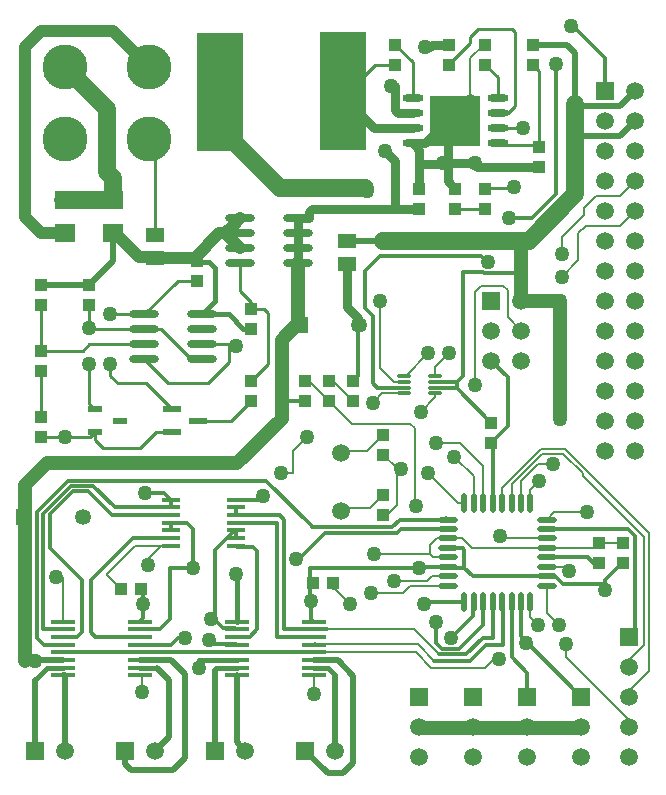
<source format=gtl>
%FSLAX25Y25*%
%MOIN*%
G70*
G01*
G75*
G04 Layer_Physical_Order=1*
G04 Layer_Color=255*
%ADD10R,0.03937X0.04331*%
%ADD11R,0.15748X0.39370*%
%ADD12R,0.07087X0.06299*%
%ADD13O,0.02165X0.06496*%
%ADD14O,0.06496X0.02165*%
%ADD15R,0.08465X0.01575*%
%ADD16R,0.08465X0.01575*%
%ADD17R,0.04331X0.03937*%
%ADD18R,0.06496X0.01181*%
%ADD19R,0.05906X0.05118*%
%ADD20O,0.04921X0.01181*%
%ADD21O,0.09843X0.02756*%
%ADD22R,0.06299X0.02362*%
%ADD23O,0.07087X0.02362*%
%ADD24R,0.16535X0.16535*%
%ADD25R,0.05118X0.02362*%
%ADD26C,0.00787*%
%ADD27C,0.01181*%
%ADD28C,0.05906*%
%ADD29C,0.01969*%
%ADD30C,0.01378*%
%ADD31C,0.04724*%
%ADD32C,0.01000*%
%ADD33C,0.00000*%
%ADD34C,0.03150*%
%ADD35C,0.03937*%
%ADD36C,0.01575*%
%ADD37C,0.05906*%
%ADD38R,0.05906X0.05906*%
%ADD39C,0.05315*%
%ADD40R,0.05315X0.05315*%
%ADD41C,0.05906*%
%ADD42R,0.05906X0.05906*%
%ADD43C,0.15000*%
%ADD44C,0.05000*%
D10*
X198000Y79346D02*
D03*
Y72654D02*
D03*
X206000Y79346D02*
D03*
Y72654D02*
D03*
X116000Y133346D02*
D03*
Y126654D02*
D03*
X126000Y108654D02*
D03*
Y115346D02*
D03*
X64000Y166654D02*
D03*
Y173346D02*
D03*
X176000Y238654D02*
D03*
Y245346D02*
D03*
X160000D02*
D03*
Y238654D02*
D03*
X130000D02*
D03*
Y245346D02*
D03*
X148000Y238654D02*
D03*
Y245346D02*
D03*
X138000Y197346D02*
D03*
Y190654D02*
D03*
X82000Y126654D02*
D03*
Y133346D02*
D03*
Y157346D02*
D03*
Y150654D02*
D03*
X28000Y165346D02*
D03*
Y158654D02*
D03*
X150000Y190654D02*
D03*
Y197346D02*
D03*
X160000Y190654D02*
D03*
Y197346D02*
D03*
X178000Y211346D02*
D03*
Y204654D02*
D03*
X12000Y114654D02*
D03*
Y121346D02*
D03*
Y136654D02*
D03*
Y143346D02*
D03*
Y158654D02*
D03*
Y165346D02*
D03*
X162000Y112654D02*
D03*
Y119346D02*
D03*
X126000Y88654D02*
D03*
Y95346D02*
D03*
X100000Y133346D02*
D03*
Y126654D02*
D03*
X108000Y133346D02*
D03*
Y126654D02*
D03*
D11*
X112500Y230000D02*
D03*
X71500Y229500D02*
D03*
D12*
X20000Y182488D02*
D03*
Y193512D02*
D03*
X36000D02*
D03*
Y182488D02*
D03*
D13*
X152976Y92535D02*
D03*
X156126D02*
D03*
X159276D02*
D03*
X162425D02*
D03*
X165575D02*
D03*
X168724D02*
D03*
X171874D02*
D03*
X175024D02*
D03*
Y59465D02*
D03*
X171874D02*
D03*
X168724D02*
D03*
X165575D02*
D03*
X162425D02*
D03*
X159276D02*
D03*
X156126D02*
D03*
X152976D02*
D03*
D14*
X180535Y87024D02*
D03*
Y83874D02*
D03*
Y80724D02*
D03*
Y77575D02*
D03*
Y74425D02*
D03*
Y71276D02*
D03*
Y68126D02*
D03*
Y64976D02*
D03*
X147465D02*
D03*
Y68126D02*
D03*
Y71276D02*
D03*
Y74425D02*
D03*
Y77575D02*
D03*
Y80724D02*
D03*
Y83874D02*
D03*
Y87024D02*
D03*
D15*
X102894Y35043D02*
D03*
Y37602D02*
D03*
Y40161D02*
D03*
Y42721D02*
D03*
Y45280D02*
D03*
Y47839D02*
D03*
Y50398D02*
D03*
Y52957D02*
D03*
X77106Y35043D02*
D03*
Y37602D02*
D03*
Y40161D02*
D03*
Y42721D02*
D03*
Y45280D02*
D03*
Y47839D02*
D03*
Y50398D02*
D03*
X44894Y35043D02*
D03*
Y37602D02*
D03*
Y40161D02*
D03*
Y42721D02*
D03*
Y45280D02*
D03*
Y47839D02*
D03*
Y50398D02*
D03*
Y52957D02*
D03*
X19106Y35043D02*
D03*
Y37602D02*
D03*
Y40161D02*
D03*
Y42721D02*
D03*
Y45280D02*
D03*
Y47839D02*
D03*
Y50398D02*
D03*
D16*
X77106Y52957D02*
D03*
X19106D02*
D03*
D17*
X102654Y66000D02*
D03*
X109346D02*
D03*
X45346Y64000D02*
D03*
X38654D02*
D03*
D18*
X76925Y78323D02*
D03*
Y80882D02*
D03*
Y83441D02*
D03*
Y86000D02*
D03*
Y88559D02*
D03*
Y91118D02*
D03*
Y93677D02*
D03*
X55075Y78323D02*
D03*
Y80882D02*
D03*
Y83441D02*
D03*
Y86000D02*
D03*
Y88559D02*
D03*
Y91118D02*
D03*
Y93677D02*
D03*
D19*
X114000Y172260D02*
D03*
Y179740D02*
D03*
X50000Y181740D02*
D03*
Y174260D02*
D03*
D20*
X132783Y134953D02*
D03*
Y132984D02*
D03*
Y131016D02*
D03*
Y129047D02*
D03*
X143217Y134953D02*
D03*
Y132984D02*
D03*
Y131016D02*
D03*
Y129047D02*
D03*
D21*
X46354Y155500D02*
D03*
Y150500D02*
D03*
Y145500D02*
D03*
Y140500D02*
D03*
X65646Y155500D02*
D03*
Y150500D02*
D03*
Y145500D02*
D03*
Y140500D02*
D03*
X78354Y187500D02*
D03*
Y182500D02*
D03*
Y177500D02*
D03*
Y172500D02*
D03*
X97646Y187500D02*
D03*
Y182500D02*
D03*
Y177500D02*
D03*
Y172500D02*
D03*
D22*
X55669Y123740D02*
D03*
Y116260D02*
D03*
X64331Y120000D02*
D03*
D23*
X164173Y212500D02*
D03*
Y217500D02*
D03*
Y222500D02*
D03*
Y227500D02*
D03*
X135827Y212500D02*
D03*
Y217500D02*
D03*
Y222500D02*
D03*
Y227500D02*
D03*
D24*
X150000Y220000D02*
D03*
D25*
X29866Y123740D02*
D03*
Y116260D02*
D03*
X38134Y120000D02*
D03*
D26*
X117500Y151657D02*
X117843Y152000D01*
X116000Y133346D02*
X117500Y134846D01*
X205000Y185000D02*
X210000Y190000D01*
X193500Y185000D02*
X205000D01*
X191000Y182500D02*
X193500Y185000D01*
X205000Y195000D02*
X210000Y200000D01*
X197000Y195000D02*
X205000D01*
X193000Y191000D02*
X197000Y195000D01*
X19106Y52957D02*
Y68000D01*
X46500Y73000D02*
X51823Y78323D01*
X130500Y92000D02*
Y104154D01*
X112500Y92000D02*
X113500Y91000D01*
X160000Y37500D02*
X164000Y41500D01*
X163750Y41250D02*
X164000Y41500D01*
X160000Y37500D02*
X163750Y41250D01*
X136102Y50398D02*
X144453Y42047D01*
X102894Y50398D02*
X136102D01*
X112500Y92000D02*
X113250Y91250D01*
X113500Y91000D01*
X130500Y104000D02*
Y104154D01*
Y92000D02*
Y104000D01*
X46500Y73000D02*
X51823Y78323D01*
X19106Y52957D02*
Y68000D01*
X96000Y110000D02*
X100500Y114500D01*
X96000Y102500D02*
Y110000D01*
X155000Y227618D02*
Y240850D01*
X159497Y245346D01*
X180535Y77575D02*
X196998Y77500D01*
X147406Y74484D02*
X147465Y74425D01*
X198000Y79346D02*
X206000D01*
X147189Y81000D02*
X147465Y80724D01*
X142516Y74484D02*
X147406D01*
X141500Y75500D02*
X142516Y74484D01*
X141500Y75500D02*
Y78500D01*
X144000Y81000D01*
X147189D01*
X44894Y35043D02*
X45500Y34437D01*
Y30000D02*
Y34437D01*
X102894Y30106D02*
Y35043D01*
Y30106D02*
X103000Y30000D01*
X34000Y68654D02*
X38654Y64000D01*
X34000Y68654D02*
Y69000D01*
X43323Y78323D01*
X51823D02*
X55075D01*
X43323D02*
X51823D01*
X183012Y89500D02*
X194000D01*
X180535Y87024D02*
X183012Y89500D01*
X102894Y42721D02*
X136779D01*
X103114Y45500D02*
X137500D01*
X143000Y40000D01*
X136779Y42721D02*
X142000Y37500D01*
X160000D01*
X180535Y71276D02*
X186724D01*
X208000Y18000D02*
Y20126D01*
X187000Y41126D02*
X208000Y20126D01*
X187000Y41126D02*
Y45500D01*
X171874Y92535D02*
X172000Y92661D01*
X175024Y92535D02*
Y97024D01*
X178000Y100000D01*
X208000Y28000D02*
Y30000D01*
Y38000D02*
Y40126D01*
Y30000D02*
X214500Y36500D01*
X208000Y40126D02*
X213000Y45126D01*
Y81073D01*
X192500Y101573D02*
X213000Y81073D01*
X186016Y108984D02*
X192500Y102500D01*
X172000Y92661D02*
Y100000D01*
X177500Y105500D01*
X182500D01*
X178984Y108984D02*
X186016D01*
X168724Y98724D02*
X178984Y108984D01*
X168724Y92535D02*
Y98724D01*
X165575Y97575D02*
X178500Y110500D01*
X165575Y92535D02*
Y97575D01*
X126000Y88654D02*
X127154D01*
X130500Y92000D01*
X126000Y108654D02*
X130500Y104154D01*
X109346Y64000D02*
X110000D01*
X115000Y59000D01*
X122000Y62500D02*
X132500D01*
X134976Y64976D01*
X147465D01*
X129500Y66500D02*
X140500D01*
X142126Y68126D02*
X147465D01*
X140500Y66500D02*
X142126Y68126D01*
X175024Y54476D02*
Y59465D01*
Y54476D02*
X177500Y52000D01*
X180535Y55965D02*
Y64976D01*
Y55965D02*
X184500Y52000D01*
X155425Y77575D02*
X180535D01*
X152276Y80724D02*
X155425Y77575D01*
X147465Y80724D02*
X152276D01*
X123000Y75500D02*
X141500D01*
X180260Y81000D02*
X180535Y80724D01*
X135000Y119000D02*
X136500Y117500D01*
X143217Y127717D02*
Y129047D01*
X138500Y123000D02*
X143217Y127717D01*
X125547Y129047D02*
X132783D01*
X122500Y126000D02*
X125547Y129047D01*
X132783Y134953D02*
X133453D01*
X141000Y142500D01*
X143217Y134953D02*
Y137717D01*
X156126Y92535D02*
Y101374D01*
X149500Y108000D02*
X156126Y101374D01*
X151500Y112500D02*
X159276Y104724D01*
X143500Y112500D02*
X151500D01*
X159276Y92535D02*
Y104724D01*
X141000Y102500D02*
X150965Y92535D01*
X152976D01*
X192500Y101573D02*
Y102500D01*
X214500Y36500D02*
Y82500D01*
X178500Y110500D02*
X186500D01*
X214500Y82500D01*
X143217Y137717D02*
X148000Y142500D01*
X156500Y163000D02*
X158500Y165000D01*
X166000D01*
X167500Y163500D01*
Y154500D02*
Y163500D01*
Y154500D02*
X172000Y150000D01*
X156500Y132000D02*
Y163000D01*
X185500Y175500D02*
Y181068D01*
X193000Y188568D01*
Y191000D01*
X191000Y173500D02*
Y182500D01*
X185500Y168000D02*
X191000Y173500D01*
X132768Y133000D02*
X132783Y132984D01*
X129500Y133000D02*
X132768D01*
X125000Y137500D02*
X129500Y133000D01*
X125000Y137500D02*
Y160000D01*
X92000Y102500D02*
X96000D01*
X120654Y110000D02*
X126000Y115346D01*
X112500Y110000D02*
X120654D01*
X113500Y91000D02*
X121654D01*
X126000Y95346D01*
X101307Y133346D02*
X108000Y126654D01*
X115654Y119000D02*
X135000D01*
X108000Y126654D02*
X115654Y119000D01*
X165000Y81000D02*
X180260D01*
X136500Y90500D02*
Y117500D01*
X109307Y133346D02*
X116000Y126654D01*
X108000Y133346D02*
X109307D01*
D27*
X117500Y134846D02*
Y151657D01*
X186000Y65500D02*
X200000D01*
X101500Y59500D02*
Y71000D01*
X137000Y71276D02*
X147465D01*
X171874Y48126D02*
X192000Y28000D01*
X96626Y72626D02*
X106500Y82500D01*
X67000Y47500D02*
X69000Y45500D01*
X70000Y53373D02*
Y76907D01*
Y77000D02*
X76534Y83534D01*
X24000Y48000D02*
X25500Y49500D01*
X153547Y42047D02*
X159075Y47575D01*
X70000Y77000D02*
X75403Y82403D01*
X70000Y53373D02*
Y54000D01*
Y76907D01*
X67000Y47500D02*
X67750Y46750D01*
X69000Y45500D01*
X97500Y73500D02*
X106500Y82500D01*
X96626Y72626D02*
X97500Y73500D01*
X62500Y71000D02*
Y84000D01*
X55000Y54000D02*
Y71000D01*
X173750Y46250D02*
X192000Y28000D01*
X171874Y48126D02*
X173750Y46250D01*
X159294Y169500D02*
X159475Y169319D01*
X152500Y169500D02*
X159294D01*
X152500Y135000D02*
Y169500D01*
X150484Y132984D02*
X152500Y135000D01*
X153000Y71000D02*
Y77000D01*
X150484Y130862D02*
X162000Y119346D01*
X147465Y77575D02*
X152425D01*
X138000Y71276D02*
X147465D01*
X137000D02*
X138000D01*
X101500Y71000D02*
X138000D01*
X101500Y59500D02*
Y64000D01*
Y71000D01*
X147740D02*
X153000D01*
X208000Y48000D02*
X209000Y49000D01*
X180535Y83874D02*
X207500Y84000D01*
X143217Y132984D02*
X150484D01*
Y131016D02*
Y132984D01*
X171819Y169319D02*
X172000Y169500D01*
X162000Y112654D02*
X167500Y118154D01*
Y134500D01*
X162000Y140000D02*
X167500Y134500D01*
X143217Y131016D02*
X150484D01*
X20000Y48000D02*
X24000D01*
X174000Y28000D02*
Y36000D01*
X168724Y41276D02*
X174000Y36000D01*
X168724Y41276D02*
Y59465D01*
X171874Y48126D02*
Y59465D01*
X200000Y67000D02*
X204000Y71000D01*
X55075Y83441D02*
Y86000D01*
X46000Y59000D02*
Y63346D01*
X47006Y50500D02*
X48094D01*
X55075Y91118D02*
Y93677D01*
X44732Y48000D02*
X44894Y47839D01*
Y42721D02*
X77106D01*
X102894D01*
X76925Y88559D02*
Y91118D01*
X102000Y53851D02*
Y57500D01*
Y53851D02*
X102894Y52957D01*
Y50398D02*
X107102D01*
X162425Y47575D02*
X162500Y47500D01*
X162425Y47575D02*
Y59465D01*
X76925Y80882D02*
Y83441D01*
X90500Y48000D02*
X102732D01*
X76925Y93677D02*
X85823D01*
X55075Y86000D02*
X60500D01*
X62500Y84000D01*
X19106Y42721D02*
X44894D01*
X30000Y48000D02*
X44732D01*
X28500Y49500D02*
X30000Y48000D01*
X35441Y88559D02*
X55075D01*
X36382Y91118D02*
X55075D01*
X21734Y98228D02*
X29272D01*
X36382Y91118D01*
X27543Y96457D02*
X35441Y88559D01*
X22468Y96457D02*
X27543D01*
X15000Y88989D02*
X22468Y96457D01*
X25500Y50101D02*
Y67000D01*
X15000Y77500D02*
Y88989D01*
Y77500D02*
X25500Y67000D01*
X12500Y50500D02*
X19004D01*
X12500D02*
Y88995D01*
X21734Y98228D01*
X42382Y80882D02*
X55075D01*
X28500Y49500D02*
Y67000D01*
X42382Y80882D01*
X146988Y87500D02*
X147465Y87024D01*
X12720Y45280D02*
X19106D01*
X10500Y47500D02*
X12720Y45280D01*
X10500Y47500D02*
Y89500D01*
X21000Y100000D01*
X87000D01*
X101943Y85057D01*
X46000Y54063D02*
Y59000D01*
X44894Y52957D02*
X46000Y54063D01*
X44894Y45280D02*
X55280D01*
X57500Y47500D01*
X60000D01*
X77106Y47839D02*
X77268Y48000D01*
X81399D01*
X76886Y45500D02*
X77106Y45280D01*
X69000Y45500D02*
X76886D01*
X44894Y50398D02*
X51398D01*
X55000Y54000D01*
Y71000D02*
X62500D01*
X156000Y59339D02*
X156126Y59465D01*
X139965D02*
X152976D01*
X153000Y71000D02*
X155874Y68126D01*
X180535D01*
X148500Y47500D02*
X156000Y55000D01*
Y59339D01*
X159075Y47575D02*
X162425D01*
X76516Y50988D02*
X77106Y50398D01*
X72385Y50988D02*
X76516D01*
X70000Y53373D02*
X72385Y50988D01*
X76534Y83441D02*
X76925D01*
X155000Y40000D02*
X160280Y45280D01*
X165780D01*
Y59260D01*
X165575Y59465D02*
X165780Y59260D01*
X102894Y45280D02*
X103114Y45500D01*
X159276Y51776D02*
Y59465D01*
X151319Y43819D02*
X159276Y51776D01*
X145681Y43819D02*
X151319D01*
X143500Y46000D02*
X145681Y43819D01*
X143500Y46000D02*
Y53000D01*
X144453Y42047D02*
X153547D01*
X143000Y40000D02*
X155000D01*
X180535Y68126D02*
X183374D01*
X186000Y65500D01*
X200000Y63500D02*
Y65500D01*
Y67000D01*
X194228Y74425D02*
X196000Y72654D01*
X180535Y74425D02*
X194228D01*
X207626Y83874D02*
X210000Y81500D01*
Y49000D02*
Y81500D01*
X101500Y59500D02*
X102000Y59000D01*
X152425Y77575D02*
X153000Y77000D01*
X131874Y83874D02*
X147465D01*
X131524Y87024D02*
X147465D01*
X93000Y50500D02*
X102791D01*
X76925Y88559D02*
X91441D01*
X93000Y87000D01*
X81399Y48000D02*
X83899Y50500D01*
X76925Y78323D02*
X77248Y78000D01*
X83899Y50500D02*
Y76601D01*
X82500Y78000D02*
X83899Y76601D01*
X77248Y78000D02*
X82500D01*
X90500Y48000D02*
Y86000D01*
X76925D02*
X90500D01*
X93000Y50500D02*
Y87000D01*
X162000Y112654D02*
X162425Y112228D01*
Y92535D02*
Y112228D01*
X52752Y96000D02*
X55075Y93677D01*
X46500Y96000D02*
X52752D01*
X159475Y169319D02*
X171819D01*
X130500Y82500D02*
X131874Y83874D01*
X129000Y84500D02*
X131524Y87024D01*
X106500Y82500D02*
X130500D01*
X102118Y84500D02*
X129000D01*
X92500Y126500D02*
X99846D01*
D28*
X190000Y195500D02*
Y215000D01*
Y225500D01*
X91500Y197500D02*
X120000D01*
X71500Y217500D02*
X91500Y197500D01*
X20000Y193512D02*
X36000D01*
X34000Y203000D02*
Y224000D01*
Y203000D02*
X36000Y201000D01*
X20000Y238000D02*
X34000Y224000D01*
X36000Y193512D02*
Y201000D01*
X126000Y180000D02*
X174500D01*
X190000Y195500D01*
D29*
Y215000D02*
X205000D01*
Y225000D02*
X210000Y230000D01*
X190500Y225000D02*
X205000D01*
X190000Y225500D02*
X190500Y225000D01*
X205000Y215000D02*
X210000Y220000D01*
X190000Y225500D02*
Y233000D01*
Y242500D01*
X10000Y40161D02*
X19106D01*
X70000Y9500D02*
Y37000D01*
X10000Y40161D02*
X19106D01*
X187154Y245346D02*
X190000Y242500D01*
X116000Y6000D02*
Y35000D01*
X112500Y2500D02*
X116000Y6000D01*
X107500Y2500D02*
X112500D01*
X100000Y10000D02*
X107500Y2500D01*
X40000Y5500D02*
Y10000D01*
Y5500D02*
X42000Y3500D01*
X56000D01*
X60000Y7500D01*
X178000Y245346D02*
X187154D01*
X36000Y173346D02*
Y182488D01*
X28000Y165346D02*
X36000Y173346D01*
X12000Y165346D02*
X28000D01*
X110000Y10000D02*
Y35200D01*
X77106Y35043D02*
X77200Y35043D01*
Y12800D02*
Y35043D01*
Y12800D02*
X80000Y10000D01*
X50000D02*
X54700Y14700D01*
X19106Y35043D02*
X20000Y35043D01*
X114000Y179740D02*
X125740D01*
X44894Y40161D02*
X55339D01*
X10000Y10000D02*
Y33600D01*
X20000Y10000D02*
Y35043D01*
X102894Y40161D02*
X110839D01*
X116000Y35000D01*
X50698Y37602D02*
X54700Y33600D01*
Y14700D02*
Y33600D01*
X55339Y40161D02*
X60000Y35500D01*
Y7500D02*
Y35500D01*
X7000Y40000D02*
X10000D01*
D30*
X200000Y230000D02*
Y241000D01*
X193000Y248000D02*
X200000Y241000D01*
X189000Y252000D02*
X193000Y248000D01*
X183500Y195500D02*
Y239000D01*
X158500Y175000D02*
X160500Y173000D01*
X125000Y175000D02*
X158500D01*
X122500Y132500D02*
Y155000D01*
Y132500D02*
X123984Y131016D01*
X120000Y157500D02*
X122500Y155000D01*
X120000Y157500D02*
Y170000D01*
X125000Y175000D01*
X123984Y131016D02*
X132783D01*
X168000Y187500D02*
X175500D01*
X183500Y195500D01*
D31*
X210000Y229500D02*
Y230000D01*
X138000Y17500D02*
X156000D01*
X174000D01*
X192000D01*
X138000D02*
X156000D01*
X174000D01*
X192000D01*
X77343Y105843D02*
X92154Y120654D01*
X6500Y98500D02*
X13843Y105843D01*
X174000Y17500D02*
X192000D01*
X156000D02*
X174000D01*
X138000D02*
X156000D01*
X172000Y160000D02*
X185000D01*
X18488Y193512D02*
X20000D01*
X172000Y160000D02*
Y169500D01*
Y177500D01*
X13843Y105843D02*
X77343D01*
X185000Y120500D02*
Y160000D01*
X97646Y152512D02*
Y172500D01*
X92154Y120654D02*
Y147020D01*
X6500Y40000D02*
Y88000D01*
Y98500D01*
X92154Y147020D02*
X97646Y152512D01*
D32*
X71500Y227500D02*
X76000D01*
X71500D02*
X76000D01*
X71500D02*
X76000D01*
X71500D02*
X76000D01*
X71500D02*
X76000D01*
X71500D02*
X76000D01*
X71500D02*
X76000D01*
X71500D02*
X76000D01*
X12000Y114654D02*
X20000D01*
X12000D02*
X20000D01*
X12000D02*
X20000D01*
X12000D02*
X20000D01*
X12000D02*
X20000D01*
X12000D02*
X20000D01*
X28260D01*
X20000D02*
X28260D01*
X20000D02*
X28260D01*
X20000D02*
X28260D01*
X20000D02*
X28260D01*
X20000D02*
X28260D01*
X74500Y139500D02*
Y145000D01*
Y139500D02*
Y145000D01*
Y139500D02*
Y145000D01*
Y139500D02*
Y145000D01*
Y139500D02*
Y145000D01*
Y139500D02*
Y145000D01*
Y145500D01*
Y145000D02*
Y145500D01*
Y145000D02*
Y145500D01*
Y145000D02*
Y145500D01*
Y145000D02*
Y145500D01*
Y145000D02*
Y145500D01*
X12000Y114654D02*
X28260D01*
X20000D02*
X28260D01*
X12000D02*
X20000D01*
X74500Y139500D02*
Y145000D01*
Y139500D02*
Y145500D01*
Y145000D02*
Y145500D01*
X112500Y228000D02*
X123154Y238654D01*
X112500Y228000D02*
X123154Y238654D01*
X112500Y228000D02*
X123154Y238654D01*
X112500Y228000D02*
X123154Y238654D01*
X112500Y228000D02*
X123154Y238654D01*
X112500Y228000D02*
X123154Y238654D01*
X112500Y228000D02*
X123154Y238654D01*
X112500Y228000D02*
X123154Y238654D01*
X168000Y197500D02*
X169000Y198500D01*
X168000Y197500D02*
X169000Y198500D01*
X168000Y197500D02*
X169000Y198500D01*
X168000Y197500D02*
X169000Y198500D01*
X168000Y197500D02*
X169000Y198500D01*
X168000Y197500D02*
X169000Y198500D01*
X169500Y199000D01*
X169000Y198500D02*
X169500Y199000D01*
X169000Y198500D02*
X169500Y199000D01*
X169000Y198500D02*
X169500Y199000D01*
X169000Y198500D02*
X169500Y199000D01*
X169000Y198500D02*
X169500Y199000D01*
X168000Y197500D02*
X169500Y199000D01*
X168000Y197500D02*
X169000Y198500D01*
X169500Y199000D01*
X28000Y150500D02*
X46354D01*
X28000D02*
X46354D01*
X28000D02*
X46354D01*
X28000D02*
X46354D01*
X28000D02*
X46354D01*
X28000D02*
X46354D01*
X28000D02*
X46354D01*
X28000D02*
X46354D01*
X28000D02*
X46354D01*
X169000Y198500D02*
X169500Y199000D01*
X168000Y197500D02*
X169000Y198500D01*
X113500Y229000D02*
X123154Y238654D01*
X112500Y228000D02*
X113500Y229000D01*
X74500Y145000D02*
Y145500D01*
Y139500D02*
Y145000D01*
X12000Y114654D02*
X20000D01*
X28260D01*
X71500Y227500D02*
X76000D01*
X50000Y181740D02*
Y212000D01*
X135827Y227500D02*
Y239520D01*
X130000Y245346D02*
X135827Y239520D01*
X164673Y212000D02*
X177346D01*
X178000Y211346D01*
X164173Y212500D02*
X164673Y212000D01*
X123154Y238654D02*
X130000D01*
X160000Y197346D02*
X160154Y197500D01*
X168000D01*
X172500Y217500D02*
X173500D01*
X164173D02*
X172500D01*
X178000Y212000D02*
Y236654D01*
X176000Y238654D02*
X178000Y236654D01*
X159346Y190500D02*
X159500Y190654D01*
X160000D01*
X150000D02*
X159500D01*
X155000Y246023D02*
Y248000D01*
X164173Y227500D02*
Y234480D01*
X160000Y238654D02*
X164173Y234480D01*
Y222500D02*
X167500D01*
X170000Y225000D01*
Y249500D01*
X169000Y250500D02*
X170000Y249500D01*
X157500Y250500D02*
X169000D01*
X155000Y248000D02*
X157500Y250500D01*
X148000Y239023D02*
X155000Y246023D01*
X148000Y238654D02*
Y239023D01*
X28260Y114654D02*
X29866Y116260D01*
X82000Y157346D02*
X86154D01*
X87500Y156000D01*
Y138846D02*
Y156000D01*
X82000Y133346D02*
X87500Y138846D01*
X65646Y145500D02*
X74500D01*
X35000Y155500D02*
X46354D01*
X35000Y135000D02*
Y139000D01*
Y135000D02*
X37500Y132500D01*
X46909D01*
X55669Y123740D01*
X57508Y166654D02*
X64000D01*
X46354Y155500D02*
X57508Y166654D01*
X46354Y150500D02*
X52000D01*
X78354Y163146D02*
Y172500D01*
Y163146D02*
X82000Y159500D01*
Y157346D02*
Y159500D01*
X75346Y120000D02*
X82000Y126654D01*
X28000Y125606D02*
X29866Y123740D01*
X28000Y125606D02*
Y139000D01*
Y151000D02*
Y158654D01*
Y150500D02*
Y151000D01*
Y145500D02*
X46354D01*
X25846Y143346D02*
X28000Y145500D01*
X12000Y143346D02*
X25846D01*
X12000Y121500D02*
Y136654D01*
Y143346D02*
Y158654D01*
X160500Y173000D02*
X161000D01*
X162500D01*
X50260Y116260D02*
X55669D01*
X45000Y111000D02*
X50260Y116260D01*
X29866Y113634D02*
Y116260D01*
Y113634D02*
X32500Y111000D01*
X45000D01*
X64331Y120000D02*
X75346D01*
X67500Y132500D02*
X74500Y139500D01*
X46354Y140500D02*
X54354Y132500D01*
X67500D01*
X62000Y140500D02*
X65646D01*
X52000Y150500D02*
X62000Y140500D01*
D33*
X117500Y149500D02*
Y150000D01*
D34*
X138000Y205500D02*
X146000D01*
X138000D02*
X146000D01*
X138000D02*
X146000D01*
X138000D02*
X146000D01*
X138000D02*
X146000D01*
X138000D02*
X146000D01*
X147382D01*
X146000D02*
X147382D01*
Y206000D01*
Y205500D02*
Y206000D01*
Y205500D02*
Y206000D01*
Y205500D02*
Y206000D01*
Y205500D02*
Y206000D01*
Y205500D02*
Y206000D01*
X146000Y205500D02*
X147382D01*
X146000D02*
X147382D01*
X146000D02*
X147382D01*
Y206000D02*
Y220000D01*
X146000Y205500D02*
X147382D01*
Y206000D02*
Y220000D01*
Y206000D02*
Y220000D01*
Y206000D02*
Y220000D01*
Y206000D02*
Y220000D01*
Y206000D02*
Y220000D01*
X138000Y205500D02*
X147382D01*
X138000D02*
X146000D01*
X147382D02*
Y220000D01*
Y205500D02*
Y206000D01*
X146000Y205500D02*
X147382D01*
Y206000D02*
Y220000D01*
X97600Y177500D02*
Y182500D01*
Y177500D02*
Y182500D01*
Y187500D01*
Y182500D02*
Y187500D01*
Y182500D02*
Y187500D01*
Y177500D02*
Y182500D01*
Y177500D02*
Y182500D01*
Y177500D02*
Y182500D01*
Y187500D01*
Y182500D02*
Y187500D01*
Y182500D02*
Y187500D01*
Y182500D02*
Y187500D01*
Y177500D02*
Y182500D01*
Y177500D02*
Y182500D01*
X101200Y187500D02*
Y189654D01*
Y187500D02*
Y189654D01*
Y187500D02*
Y189654D01*
Y187500D02*
Y189654D01*
Y187500D02*
Y189654D01*
Y187500D02*
Y189654D01*
Y187500D02*
Y189654D01*
X129900Y223600D02*
Y231500D01*
Y223600D02*
Y231500D01*
Y223600D02*
Y231500D01*
Y223600D02*
Y231500D01*
Y223600D02*
Y231500D01*
Y223600D02*
Y231500D01*
Y223600D02*
Y231500D01*
X97600Y182500D02*
Y187500D01*
Y177500D02*
Y182500D01*
X101200Y187500D02*
Y189654D01*
X129900Y223600D02*
Y231500D01*
Y223600D02*
Y231500D01*
X101200Y187500D02*
Y189654D01*
X97600Y177500D02*
Y182500D01*
Y187500D01*
X157307Y204654D02*
X178000D01*
X147382Y206000D02*
Y220000D01*
Y205500D02*
Y206000D01*
X146000Y205500D02*
X147382D01*
X138000D02*
X146000D01*
X114000Y157843D02*
Y172260D01*
Y157843D02*
X117500Y154343D01*
X139882Y212500D02*
X147382Y220000D01*
X135827Y212500D02*
X139882D01*
X147382Y199964D02*
X150000Y197346D01*
X147382Y199964D02*
Y205500D01*
X129900Y190654D02*
X138000D01*
Y205500D02*
Y210327D01*
X135827Y212500D02*
X138000Y210327D01*
X147882Y206000D02*
X156500D01*
X138000Y197346D02*
Y205500D01*
X150000Y222618D02*
X155000Y227618D01*
X159497Y245346D02*
X160000D01*
X129900Y190654D02*
Y206600D01*
X126500Y210000D02*
X129900Y206600D01*
X123000Y217500D02*
X135827D01*
X112500Y228000D02*
X123000Y217500D01*
X140000Y244500D02*
X141400D01*
X142246Y245346D01*
X148000D01*
X102200Y190654D02*
X129900D01*
X97600Y172500D02*
X97646D01*
X97600Y182500D02*
X97646D01*
X97600Y177500D02*
X97646D01*
X97600Y187500D02*
X97646D01*
X101200D01*
Y189654D02*
X102200Y190654D01*
X131000Y222500D02*
X135827D01*
X129900Y223600D02*
X131000Y222500D01*
X97600Y172500D02*
Y177500D01*
D35*
X63087Y174260D02*
X71327Y182500D01*
X63087Y174260D02*
X71327Y182500D01*
X63087Y174260D02*
X71327Y182500D01*
X63087Y174260D02*
X71327Y182500D01*
X63087Y174260D02*
X71327Y182500D01*
X63087Y174260D02*
X71327Y182500D01*
X63087Y174260D02*
X71327Y182500D01*
X73354D02*
X75854Y185000D01*
X73354Y182500D02*
X75854Y185000D01*
X73354Y182500D02*
X75854Y180000D01*
X73354Y182500D02*
X75854Y180000D01*
X73354Y182500D02*
X75854Y180000D01*
X78354Y177500D01*
X75854Y180000D02*
X78354Y177500D01*
X75854Y180000D02*
X78354Y177500D01*
X73354Y182500D02*
X75854Y180000D01*
X73354Y182500D02*
X75854Y180000D01*
X73354Y182500D02*
X75854Y180000D01*
X73354Y182500D02*
X75854Y180000D01*
X78354Y177500D01*
X75854Y180000D02*
X78354Y177500D01*
X75854Y180000D02*
X78354Y177500D01*
X75854Y180000D02*
X78354Y177500D01*
X75854Y180000D02*
X78354Y177500D01*
X73354Y182500D02*
X75854Y185000D01*
X73354Y182500D02*
X75854Y185000D01*
X73354Y182500D02*
X75854Y180000D01*
X73354Y182500D02*
X75854Y185000D01*
X73354Y182500D02*
X75854Y185000D01*
X73354Y182500D02*
X75854Y185000D01*
X78354Y187500D01*
X75854Y185000D02*
X78354Y187500D01*
X75854Y185000D02*
X78354Y187500D01*
X75854Y185000D02*
X78354Y187500D01*
X75854Y185000D02*
X78354Y187500D01*
X75854Y185000D02*
X78354Y187500D01*
X75854Y185000D02*
X78354Y187500D01*
X63087Y174260D02*
X71327Y182500D01*
X75854Y180000D02*
X78354Y177500D01*
X73354Y182500D02*
X75854Y180000D01*
X73354Y182500D02*
X75854Y185000D01*
X78354Y187500D01*
X75854Y185000D02*
X78354Y187500D01*
X75854Y180000D02*
X78354Y177500D01*
X73354Y182500D02*
X75854Y180000D01*
X73354Y182500D02*
X75854Y185000D01*
X50000Y174260D02*
X63087D01*
X71327Y182500D01*
X71500Y217500D02*
Y227500D01*
Y229500D01*
X12012Y182488D02*
X20000D01*
X6500Y188000D02*
X12012Y182488D01*
X6500Y188000D02*
Y244500D01*
X36000Y250000D02*
X48000Y238000D01*
X6500Y244500D02*
X12000Y250000D01*
X36000D01*
X44500Y174500D02*
X48252D01*
X50000Y174260D01*
X36000Y182488D02*
X36512D01*
X44500Y174500D01*
X71327Y182500D02*
X73354D01*
X18988Y183500D02*
X20000Y182488D01*
D36*
X64000Y173346D02*
X64346Y173000D01*
X74500Y155500D02*
X79346Y150654D01*
X82000D01*
X70102Y37602D02*
X77106D01*
X44894D02*
X50698D01*
X10000Y33600D02*
X14002Y37602D01*
X19106D01*
X64661Y40161D02*
X77106D01*
Y52957D02*
Y68894D01*
X70000Y159854D02*
Y171000D01*
X64346Y173000D02*
X68000D01*
X70000Y171000D01*
X65646Y155500D02*
X74500D01*
X65646D02*
X70000Y159854D01*
X102894Y37602D02*
X107598D01*
X110000Y35200D01*
D37*
X210000Y110000D02*
D03*
X200000D02*
D03*
X210000Y120000D02*
D03*
X200000D02*
D03*
X210000Y130000D02*
D03*
X200000D02*
D03*
X210000Y140000D02*
D03*
X200000D02*
D03*
X210000Y150000D02*
D03*
X200000D02*
D03*
X210000Y160000D02*
D03*
X200000D02*
D03*
X210000Y170000D02*
D03*
X200000D02*
D03*
X210000Y180000D02*
D03*
X200000D02*
D03*
X210000Y190000D02*
D03*
X200000D02*
D03*
X210000Y200000D02*
D03*
X200000D02*
D03*
X210000Y210000D02*
D03*
X200000D02*
D03*
X210000Y220000D02*
D03*
X200000D02*
D03*
X210000Y230000D02*
D03*
X138000Y8000D02*
D03*
Y18000D02*
D03*
X174000Y8000D02*
D03*
Y18000D02*
D03*
X192000Y8000D02*
D03*
Y18000D02*
D03*
X156000Y8000D02*
D03*
Y18000D02*
D03*
X172000Y140000D02*
D03*
X162000D02*
D03*
X172000Y150000D02*
D03*
X162000D02*
D03*
X172000Y160000D02*
D03*
X110000Y10000D02*
D03*
X80000D02*
D03*
X50000D02*
D03*
X20000D02*
D03*
X208000Y38000D02*
D03*
Y28000D02*
D03*
Y18000D02*
D03*
Y8000D02*
D03*
D38*
X200000Y230000D02*
D03*
X138000Y28000D02*
D03*
X174000D02*
D03*
X192000D02*
D03*
X156000D02*
D03*
X162000Y160000D02*
D03*
X208000Y48000D02*
D03*
D39*
X117843Y152000D02*
D03*
X25843Y88000D02*
D03*
D40*
X98157Y152000D02*
D03*
X6157Y88000D02*
D03*
D41*
X112000Y90000D02*
D03*
Y109200D02*
D03*
D42*
X100000Y10000D02*
D03*
X70000D02*
D03*
X40000D02*
D03*
X10000D02*
D03*
D43*
X20000Y238000D02*
D03*
Y214000D02*
D03*
X48000Y238000D02*
D03*
Y214000D02*
D03*
D44*
X183500Y239000D02*
D03*
X200000Y63500D02*
D03*
X185000Y160000D02*
D03*
X140000Y244500D02*
D03*
X161000Y173000D02*
D03*
X172500Y217500D02*
D03*
X156500Y206000D02*
D03*
X146000D02*
D03*
X120500Y196500D02*
D03*
X126500Y210000D02*
D03*
X169500Y198000D02*
D03*
X168000Y187500D02*
D03*
X188500Y251500D02*
D03*
X20000Y114500D02*
D03*
X77000Y145000D02*
D03*
X35000Y155500D02*
D03*
Y139000D02*
D03*
X28000D02*
D03*
Y151000D02*
D03*
X126000Y180000D02*
D03*
X64500Y37500D02*
D03*
X128500Y231500D02*
D03*
X138000Y71000D02*
D03*
X86000Y95000D02*
D03*
X46000Y59000D02*
D03*
X97000Y74000D02*
D03*
X62500Y71000D02*
D03*
X17000Y68000D02*
D03*
X10000Y40000D02*
D03*
X103000Y29000D02*
D03*
X45500Y29500D02*
D03*
X77000Y69000D02*
D03*
X60000Y47500D02*
D03*
X68000Y47000D02*
D03*
X148500Y47500D02*
D03*
X143500Y53000D02*
D03*
X102000Y60000D02*
D03*
X139500Y59000D02*
D03*
X68500Y54000D02*
D03*
X47500Y72000D02*
D03*
X194000Y89500D02*
D03*
X182500Y105500D02*
D03*
X164500Y40500D02*
D03*
X188000Y70000D02*
D03*
X187000Y45500D02*
D03*
X178000Y100000D02*
D03*
X132000Y104000D02*
D03*
X122000Y62500D02*
D03*
X115000Y59000D02*
D03*
X129500Y66500D02*
D03*
X184500Y52000D02*
D03*
X173500Y46000D02*
D03*
X177500Y52000D02*
D03*
X123000Y75500D02*
D03*
X165000Y81500D02*
D03*
X137000Y91500D02*
D03*
X138500Y123000D02*
D03*
X122500Y126000D02*
D03*
X143500Y112500D02*
D03*
X149500Y108000D02*
D03*
X46500Y96000D02*
D03*
X141000Y102500D02*
D03*
X185000Y120500D02*
D03*
X156500Y132000D02*
D03*
X141000Y142500D02*
D03*
X148000D02*
D03*
X185500Y168000D02*
D03*
Y175500D02*
D03*
X125000Y160000D02*
D03*
X92000Y102500D02*
D03*
X100500Y114500D02*
D03*
M02*

</source>
